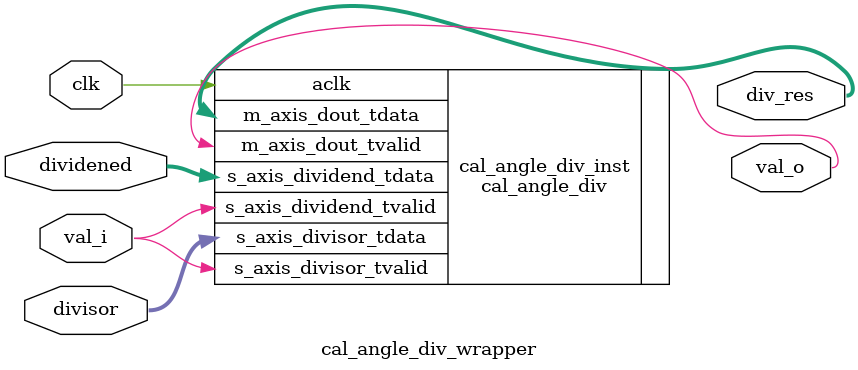
<source format=v>
`timescale 1ns / 1ps


module cal_angle_div_wrapper(
    input         clk       ,
    input [15:0]  dividened ,
    input [7:0]   divisor   ,  
    input         val_i     ,
    output        val_o     ,
    output [23:0] div_res 
    );
    
    cal_angle_div cal_angle_div_inst (
      .aclk(clk),                                      // input wire aclk
      .s_axis_divisor_tvalid(val_i),                    // input wire s_axis_divisor_tvalid
      .s_axis_divisor_tdata(divisor),      // input wire [7 : 0] s_axis_divisor_tdata
      .s_axis_dividend_tvalid(val_i),  // input wire s_axis_dividend_tvalid
      .s_axis_dividend_tdata(dividened),    // input wire [15 : 0] s_axis_dividend_tdata
      .m_axis_dout_tvalid(val_o),          // output wire m_axis_dout_tvalid
      .m_axis_dout_tdata(div_res)            // output wire [23 : 0] m_axis_dout_tdata
    );
endmodule

</source>
